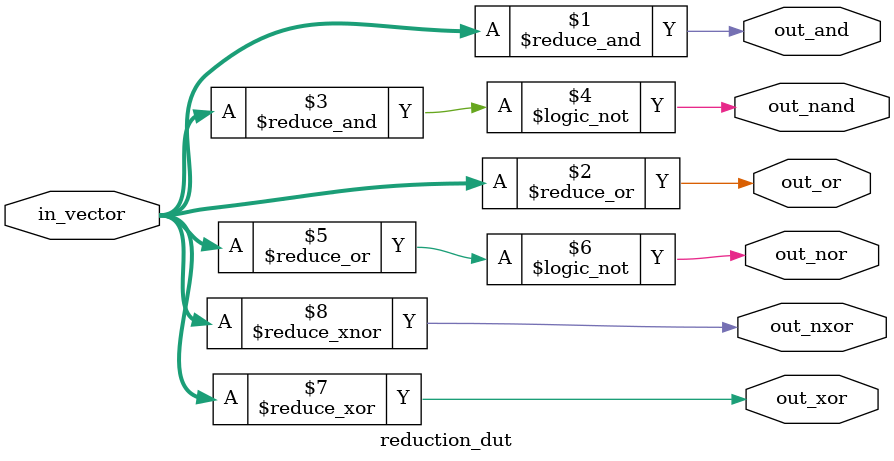
<source format=v>
module reduction_dut (
    input wire[7:0] in_vector,
    // 8-bit input vector
    output wire out_and,
    // AND reduction output
    output wire out_or,
    // OR reduction output
    output wire out_nand,
    // NAND reduction output
    output wire out_nor,
    // NOR reduction output
    output wire out_xor,
    // XOR reduction output
    output wire out_nxor
);
    // AND reduction: All bits must be 1 for the output to be 1
    assign out_and = &in_vector;
    // OR reduction: At least one bit must be 1 for the output to be 1
    assign out_or = |in_vector;
    // NAND reduction: At least one bit must be 0 for the output to be 1
    assign out_nand = ~&in_vector;
    // NOR reduction: All bits must be 0 for the output to be 1
    assign out_nor = ~|in_vector;
    // XOR reduction: the counts of one bit must be odd for the output to be 1
    assign out_xor = ^in_vector;
    // NXOR reduction: the counts of one bit must be even for the output to be 1
    assign out_nxor = ~^in_vector;
endmodule

</source>
